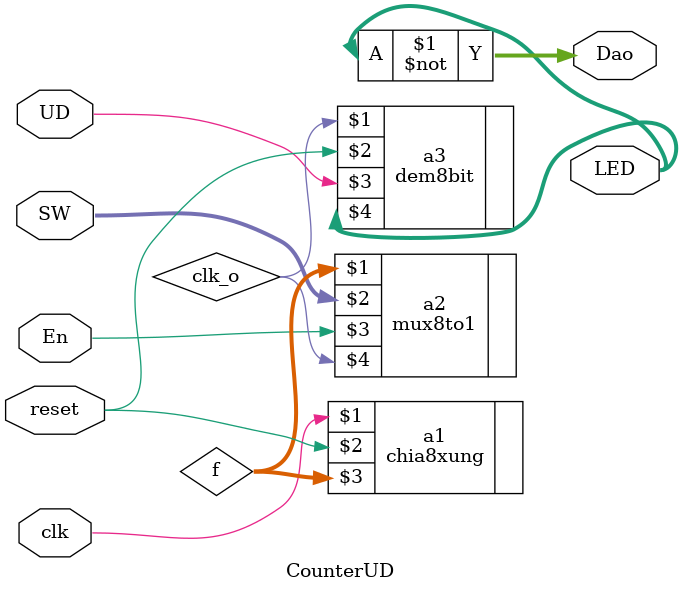
<source format=v>
`timescale 1ns / 1ps
module CounterUD(
input wire clk, reset, En,
input wire [2:0] SW,
input wire UD,
output wire [7:0]LED,
output wire [7:0]Dao );
wire [7:0]f;
wire clk_o;
chia8xung a1 (clk, reset, f) ;
mux8to1 a2(f,SW,En,clk_o);
dem8bit a3 (clk_o,reset,UD,LED);
assign Dao = ~LED;
endmodule

</source>
